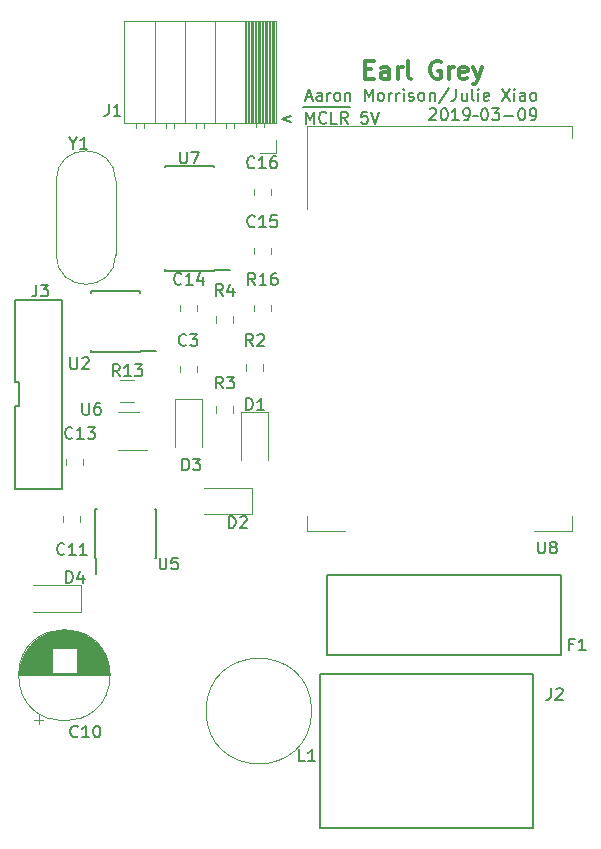
<source format=gto>
G04 #@! TF.GenerationSoftware,KiCad,Pcbnew,(5.0.1-3-g963ef8bb5)*
G04 #@! TF.CreationDate,2019-04-01T22:55:47-04:00*
G04 #@! TF.ProjectId,radio,726164696F2E6B696361645F70636200,rev?*
G04 #@! TF.SameCoordinates,Original*
G04 #@! TF.FileFunction,Legend,Top*
G04 #@! TF.FilePolarity,Positive*
%FSLAX46Y46*%
G04 Gerber Fmt 4.6, Leading zero omitted, Abs format (unit mm)*
G04 Created by KiCad (PCBNEW (5.0.1-3-g963ef8bb5)) date Monday, April 01, 2019 at 10:55:47 pm*
%MOMM*%
%LPD*%
G01*
G04 APERTURE LIST*
%ADD10C,0.300000*%
%ADD11C,0.150000*%
%ADD12C,0.120000*%
G04 APERTURE END LIST*
D10*
X154146857Y-75203857D02*
X154646857Y-75203857D01*
X154861142Y-75989571D02*
X154146857Y-75989571D01*
X154146857Y-74489571D01*
X154861142Y-74489571D01*
X156146857Y-75989571D02*
X156146857Y-75203857D01*
X156075428Y-75061000D01*
X155932571Y-74989571D01*
X155646857Y-74989571D01*
X155504000Y-75061000D01*
X156146857Y-75918142D02*
X156004000Y-75989571D01*
X155646857Y-75989571D01*
X155504000Y-75918142D01*
X155432571Y-75775285D01*
X155432571Y-75632428D01*
X155504000Y-75489571D01*
X155646857Y-75418142D01*
X156004000Y-75418142D01*
X156146857Y-75346714D01*
X156861142Y-75989571D02*
X156861142Y-74989571D01*
X156861142Y-75275285D02*
X156932571Y-75132428D01*
X157004000Y-75061000D01*
X157146857Y-74989571D01*
X157289714Y-74989571D01*
X158004000Y-75989571D02*
X157861142Y-75918142D01*
X157789714Y-75775285D01*
X157789714Y-74489571D01*
X160504000Y-74561000D02*
X160361142Y-74489571D01*
X160146857Y-74489571D01*
X159932571Y-74561000D01*
X159789714Y-74703857D01*
X159718285Y-74846714D01*
X159646857Y-75132428D01*
X159646857Y-75346714D01*
X159718285Y-75632428D01*
X159789714Y-75775285D01*
X159932571Y-75918142D01*
X160146857Y-75989571D01*
X160289714Y-75989571D01*
X160504000Y-75918142D01*
X160575428Y-75846714D01*
X160575428Y-75346714D01*
X160289714Y-75346714D01*
X161218285Y-75989571D02*
X161218285Y-74989571D01*
X161218285Y-75275285D02*
X161289714Y-75132428D01*
X161361142Y-75061000D01*
X161504000Y-74989571D01*
X161646857Y-74989571D01*
X162718285Y-75918142D02*
X162575428Y-75989571D01*
X162289714Y-75989571D01*
X162146857Y-75918142D01*
X162075428Y-75775285D01*
X162075428Y-75203857D01*
X162146857Y-75061000D01*
X162289714Y-74989571D01*
X162575428Y-74989571D01*
X162718285Y-75061000D01*
X162789714Y-75203857D01*
X162789714Y-75346714D01*
X162075428Y-75489571D01*
X163289714Y-74989571D02*
X163646857Y-75989571D01*
X164004000Y-74989571D02*
X163646857Y-75989571D01*
X163504000Y-76346714D01*
X163432571Y-76418142D01*
X163289714Y-76489571D01*
D11*
X147883095Y-79135714D02*
X147121190Y-79421428D01*
X147883095Y-79707142D01*
X148883095Y-78435000D02*
X150025952Y-78435000D01*
X149121190Y-79802380D02*
X149121190Y-78802380D01*
X149454523Y-79516666D01*
X149787857Y-78802380D01*
X149787857Y-79802380D01*
X150025952Y-78435000D02*
X151025952Y-78435000D01*
X150835476Y-79707142D02*
X150787857Y-79754761D01*
X150645000Y-79802380D01*
X150549761Y-79802380D01*
X150406904Y-79754761D01*
X150311666Y-79659523D01*
X150264047Y-79564285D01*
X150216428Y-79373809D01*
X150216428Y-79230952D01*
X150264047Y-79040476D01*
X150311666Y-78945238D01*
X150406904Y-78850000D01*
X150549761Y-78802380D01*
X150645000Y-78802380D01*
X150787857Y-78850000D01*
X150835476Y-78897619D01*
X151025952Y-78435000D02*
X151835476Y-78435000D01*
X151740238Y-79802380D02*
X151264047Y-79802380D01*
X151264047Y-78802380D01*
X151835476Y-78435000D02*
X152835476Y-78435000D01*
X152645000Y-79802380D02*
X152311666Y-79326190D01*
X152073571Y-79802380D02*
X152073571Y-78802380D01*
X152454523Y-78802380D01*
X152549761Y-78850000D01*
X152597380Y-78897619D01*
X152645000Y-78992857D01*
X152645000Y-79135714D01*
X152597380Y-79230952D01*
X152549761Y-79278571D01*
X152454523Y-79326190D01*
X152073571Y-79326190D01*
X154311666Y-78802380D02*
X153835476Y-78802380D01*
X153787857Y-79278571D01*
X153835476Y-79230952D01*
X153930714Y-79183333D01*
X154168809Y-79183333D01*
X154264047Y-79230952D01*
X154311666Y-79278571D01*
X154359285Y-79373809D01*
X154359285Y-79611904D01*
X154311666Y-79707142D01*
X154264047Y-79754761D01*
X154168809Y-79802380D01*
X153930714Y-79802380D01*
X153835476Y-79754761D01*
X153787857Y-79707142D01*
X154645000Y-78802380D02*
X154978333Y-79802380D01*
X155311666Y-78802380D01*
X149098214Y-77573666D02*
X149574404Y-77573666D01*
X149002976Y-77859380D02*
X149336309Y-76859380D01*
X149669642Y-77859380D01*
X150431547Y-77859380D02*
X150431547Y-77335571D01*
X150383928Y-77240333D01*
X150288690Y-77192714D01*
X150098214Y-77192714D01*
X150002976Y-77240333D01*
X150431547Y-77811761D02*
X150336309Y-77859380D01*
X150098214Y-77859380D01*
X150002976Y-77811761D01*
X149955357Y-77716523D01*
X149955357Y-77621285D01*
X150002976Y-77526047D01*
X150098214Y-77478428D01*
X150336309Y-77478428D01*
X150431547Y-77430809D01*
X150907738Y-77859380D02*
X150907738Y-77192714D01*
X150907738Y-77383190D02*
X150955357Y-77287952D01*
X151002976Y-77240333D01*
X151098214Y-77192714D01*
X151193452Y-77192714D01*
X151669642Y-77859380D02*
X151574404Y-77811761D01*
X151526785Y-77764142D01*
X151479166Y-77668904D01*
X151479166Y-77383190D01*
X151526785Y-77287952D01*
X151574404Y-77240333D01*
X151669642Y-77192714D01*
X151812500Y-77192714D01*
X151907738Y-77240333D01*
X151955357Y-77287952D01*
X152002976Y-77383190D01*
X152002976Y-77668904D01*
X151955357Y-77764142D01*
X151907738Y-77811761D01*
X151812500Y-77859380D01*
X151669642Y-77859380D01*
X152431547Y-77192714D02*
X152431547Y-77859380D01*
X152431547Y-77287952D02*
X152479166Y-77240333D01*
X152574404Y-77192714D01*
X152717261Y-77192714D01*
X152812500Y-77240333D01*
X152860119Y-77335571D01*
X152860119Y-77859380D01*
X154098214Y-77859380D02*
X154098214Y-76859380D01*
X154431547Y-77573666D01*
X154764880Y-76859380D01*
X154764880Y-77859380D01*
X155383928Y-77859380D02*
X155288690Y-77811761D01*
X155241071Y-77764142D01*
X155193452Y-77668904D01*
X155193452Y-77383190D01*
X155241071Y-77287952D01*
X155288690Y-77240333D01*
X155383928Y-77192714D01*
X155526785Y-77192714D01*
X155622023Y-77240333D01*
X155669642Y-77287952D01*
X155717261Y-77383190D01*
X155717261Y-77668904D01*
X155669642Y-77764142D01*
X155622023Y-77811761D01*
X155526785Y-77859380D01*
X155383928Y-77859380D01*
X156145833Y-77859380D02*
X156145833Y-77192714D01*
X156145833Y-77383190D02*
X156193452Y-77287952D01*
X156241071Y-77240333D01*
X156336309Y-77192714D01*
X156431547Y-77192714D01*
X156764880Y-77859380D02*
X156764880Y-77192714D01*
X156764880Y-77383190D02*
X156812500Y-77287952D01*
X156860119Y-77240333D01*
X156955357Y-77192714D01*
X157050595Y-77192714D01*
X157383928Y-77859380D02*
X157383928Y-77192714D01*
X157383928Y-76859380D02*
X157336309Y-76907000D01*
X157383928Y-76954619D01*
X157431547Y-76907000D01*
X157383928Y-76859380D01*
X157383928Y-76954619D01*
X157812500Y-77811761D02*
X157907738Y-77859380D01*
X158098214Y-77859380D01*
X158193452Y-77811761D01*
X158241071Y-77716523D01*
X158241071Y-77668904D01*
X158193452Y-77573666D01*
X158098214Y-77526047D01*
X157955357Y-77526047D01*
X157860119Y-77478428D01*
X157812500Y-77383190D01*
X157812500Y-77335571D01*
X157860119Y-77240333D01*
X157955357Y-77192714D01*
X158098214Y-77192714D01*
X158193452Y-77240333D01*
X158812500Y-77859380D02*
X158717261Y-77811761D01*
X158669642Y-77764142D01*
X158622023Y-77668904D01*
X158622023Y-77383190D01*
X158669642Y-77287952D01*
X158717261Y-77240333D01*
X158812500Y-77192714D01*
X158955357Y-77192714D01*
X159050595Y-77240333D01*
X159098214Y-77287952D01*
X159145833Y-77383190D01*
X159145833Y-77668904D01*
X159098214Y-77764142D01*
X159050595Y-77811761D01*
X158955357Y-77859380D01*
X158812500Y-77859380D01*
X159574404Y-77192714D02*
X159574404Y-77859380D01*
X159574404Y-77287952D02*
X159622023Y-77240333D01*
X159717261Y-77192714D01*
X159860119Y-77192714D01*
X159955357Y-77240333D01*
X160002976Y-77335571D01*
X160002976Y-77859380D01*
X161193452Y-76811761D02*
X160336309Y-78097476D01*
X161812500Y-76859380D02*
X161812500Y-77573666D01*
X161764880Y-77716523D01*
X161669642Y-77811761D01*
X161526785Y-77859380D01*
X161431547Y-77859380D01*
X162717261Y-77192714D02*
X162717261Y-77859380D01*
X162288690Y-77192714D02*
X162288690Y-77716523D01*
X162336309Y-77811761D01*
X162431547Y-77859380D01*
X162574404Y-77859380D01*
X162669642Y-77811761D01*
X162717261Y-77764142D01*
X163336309Y-77859380D02*
X163241071Y-77811761D01*
X163193452Y-77716523D01*
X163193452Y-76859380D01*
X163717261Y-77859380D02*
X163717261Y-77192714D01*
X163717261Y-76859380D02*
X163669642Y-76907000D01*
X163717261Y-76954619D01*
X163764880Y-76907000D01*
X163717261Y-76859380D01*
X163717261Y-76954619D01*
X164574404Y-77811761D02*
X164479166Y-77859380D01*
X164288690Y-77859380D01*
X164193452Y-77811761D01*
X164145833Y-77716523D01*
X164145833Y-77335571D01*
X164193452Y-77240333D01*
X164288690Y-77192714D01*
X164479166Y-77192714D01*
X164574404Y-77240333D01*
X164622023Y-77335571D01*
X164622023Y-77430809D01*
X164145833Y-77526047D01*
X165717261Y-76859380D02*
X166383928Y-77859380D01*
X166383928Y-76859380D02*
X165717261Y-77859380D01*
X166764880Y-77859380D02*
X166764880Y-77192714D01*
X166764880Y-76859380D02*
X166717261Y-76907000D01*
X166764880Y-76954619D01*
X166812500Y-76907000D01*
X166764880Y-76859380D01*
X166764880Y-76954619D01*
X167669642Y-77859380D02*
X167669642Y-77335571D01*
X167622023Y-77240333D01*
X167526785Y-77192714D01*
X167336309Y-77192714D01*
X167241071Y-77240333D01*
X167669642Y-77811761D02*
X167574404Y-77859380D01*
X167336309Y-77859380D01*
X167241071Y-77811761D01*
X167193452Y-77716523D01*
X167193452Y-77621285D01*
X167241071Y-77526047D01*
X167336309Y-77478428D01*
X167574404Y-77478428D01*
X167669642Y-77430809D01*
X168288690Y-77859380D02*
X168193452Y-77811761D01*
X168145833Y-77764142D01*
X168098214Y-77668904D01*
X168098214Y-77383190D01*
X168145833Y-77287952D01*
X168193452Y-77240333D01*
X168288690Y-77192714D01*
X168431547Y-77192714D01*
X168526785Y-77240333D01*
X168574404Y-77287952D01*
X168622023Y-77383190D01*
X168622023Y-77668904D01*
X168574404Y-77764142D01*
X168526785Y-77811761D01*
X168431547Y-77859380D01*
X168288690Y-77859380D01*
X159574404Y-78604619D02*
X159622023Y-78557000D01*
X159717261Y-78509380D01*
X159955357Y-78509380D01*
X160050595Y-78557000D01*
X160098214Y-78604619D01*
X160145833Y-78699857D01*
X160145833Y-78795095D01*
X160098214Y-78937952D01*
X159526785Y-79509380D01*
X160145833Y-79509380D01*
X160764880Y-78509380D02*
X160860119Y-78509380D01*
X160955357Y-78557000D01*
X161002976Y-78604619D01*
X161050595Y-78699857D01*
X161098214Y-78890333D01*
X161098214Y-79128428D01*
X161050595Y-79318904D01*
X161002976Y-79414142D01*
X160955357Y-79461761D01*
X160860119Y-79509380D01*
X160764880Y-79509380D01*
X160669642Y-79461761D01*
X160622023Y-79414142D01*
X160574404Y-79318904D01*
X160526785Y-79128428D01*
X160526785Y-78890333D01*
X160574404Y-78699857D01*
X160622023Y-78604619D01*
X160669642Y-78557000D01*
X160764880Y-78509380D01*
X162050595Y-79509380D02*
X161479166Y-79509380D01*
X161764880Y-79509380D02*
X161764880Y-78509380D01*
X161669642Y-78652238D01*
X161574404Y-78747476D01*
X161479166Y-78795095D01*
X162526785Y-79509380D02*
X162717261Y-79509380D01*
X162812500Y-79461761D01*
X162860119Y-79414142D01*
X162955357Y-79271285D01*
X163002976Y-79080809D01*
X163002976Y-78699857D01*
X162955357Y-78604619D01*
X162907738Y-78557000D01*
X162812500Y-78509380D01*
X162622023Y-78509380D01*
X162526785Y-78557000D01*
X162479166Y-78604619D01*
X162431547Y-78699857D01*
X162431547Y-78937952D01*
X162479166Y-79033190D01*
X162526785Y-79080809D01*
X162622023Y-79128428D01*
X162812500Y-79128428D01*
X162907738Y-79080809D01*
X162955357Y-79033190D01*
X163002976Y-78937952D01*
X163669642Y-79176047D02*
X163288690Y-79176047D01*
X164193452Y-78509380D02*
X164288690Y-78509380D01*
X164383928Y-78557000D01*
X164431547Y-78604619D01*
X164479166Y-78699857D01*
X164526785Y-78890333D01*
X164526785Y-79128428D01*
X164479166Y-79318904D01*
X164431547Y-79414142D01*
X164383928Y-79461761D01*
X164288690Y-79509380D01*
X164193452Y-79509380D01*
X164098214Y-79461761D01*
X164050595Y-79414142D01*
X164002976Y-79318904D01*
X163955357Y-79128428D01*
X163955357Y-78890333D01*
X164002976Y-78699857D01*
X164050595Y-78604619D01*
X164098214Y-78557000D01*
X164193452Y-78509380D01*
X164860119Y-78509380D02*
X165479166Y-78509380D01*
X165145833Y-78890333D01*
X165288690Y-78890333D01*
X165383928Y-78937952D01*
X165431547Y-78985571D01*
X165479166Y-79080809D01*
X165479166Y-79318904D01*
X165431547Y-79414142D01*
X165383928Y-79461761D01*
X165288690Y-79509380D01*
X165002976Y-79509380D01*
X164907738Y-79461761D01*
X164860119Y-79414142D01*
X165907738Y-79128428D02*
X166669642Y-79128428D01*
X167336309Y-78509380D02*
X167431547Y-78509380D01*
X167526785Y-78557000D01*
X167574404Y-78604619D01*
X167622023Y-78699857D01*
X167669642Y-78890333D01*
X167669642Y-79128428D01*
X167622023Y-79318904D01*
X167574404Y-79414142D01*
X167526785Y-79461761D01*
X167431547Y-79509380D01*
X167336309Y-79509380D01*
X167241071Y-79461761D01*
X167193452Y-79414142D01*
X167145833Y-79318904D01*
X167098214Y-79128428D01*
X167098214Y-78890333D01*
X167145833Y-78699857D01*
X167193452Y-78604619D01*
X167241071Y-78557000D01*
X167336309Y-78509380D01*
X168145833Y-79509380D02*
X168336309Y-79509380D01*
X168431547Y-79461761D01*
X168479166Y-79414142D01*
X168574404Y-79271285D01*
X168622023Y-79080809D01*
X168622023Y-78699857D01*
X168574404Y-78604619D01*
X168526785Y-78557000D01*
X168431547Y-78509380D01*
X168241071Y-78509380D01*
X168145833Y-78557000D01*
X168098214Y-78604619D01*
X168050595Y-78699857D01*
X168050595Y-78937952D01*
X168098214Y-79033190D01*
X168145833Y-79080809D01*
X168241071Y-79128428D01*
X168431547Y-79128428D01*
X168526785Y-79080809D01*
X168574404Y-79033190D01*
X168622023Y-78937952D01*
G04 #@! TO.C,U5*
X131333000Y-116565500D02*
X131333000Y-117965500D01*
X136433000Y-116565500D02*
X136433000Y-112415500D01*
X131283000Y-116565500D02*
X131283000Y-112415500D01*
X136433000Y-116565500D02*
X136288000Y-116565500D01*
X136433000Y-112415500D02*
X136288000Y-112415500D01*
X131283000Y-112415500D02*
X131428000Y-112415500D01*
X131283000Y-116565500D02*
X131333000Y-116565500D01*
D12*
G04 #@! TO.C,L1*
X149591000Y-129540000D02*
G75*
G03X149591000Y-129540000I-4470000J0D01*
G01*
G04 #@! TO.C,U8*
X171665000Y-80040000D02*
X171665000Y-81040000D01*
X149165000Y-80040000D02*
X171665000Y-80040000D01*
X149165000Y-87040000D02*
X149165000Y-80040000D01*
X149165000Y-114290000D02*
X152415000Y-114290000D01*
X149165000Y-113040000D02*
X149165000Y-114290000D01*
X171665000Y-114290000D02*
X171665000Y-113040000D01*
X168415000Y-114290000D02*
X171665000Y-114290000D01*
G04 #@! TO.C,J1*
X146555000Y-81200000D02*
X146555000Y-82310000D01*
X146555000Y-82310000D02*
X145225000Y-82310000D01*
X146555000Y-71110000D02*
X133735000Y-71110000D01*
X133735000Y-71110000D02*
X133735000Y-79740000D01*
X146555000Y-79740000D02*
X133735000Y-79740000D01*
X146555000Y-71110000D02*
X146555000Y-79740000D01*
X136335000Y-71110000D02*
X136335000Y-79740000D01*
X138875000Y-71110000D02*
X138875000Y-79740000D01*
X141415000Y-71110000D02*
X141415000Y-79740000D01*
X143955000Y-71110000D02*
X143955000Y-79740000D01*
X134705000Y-79740000D02*
X134705000Y-80150000D01*
X135425000Y-79740000D02*
X135425000Y-80150000D01*
X137245000Y-79740000D02*
X137245000Y-80150000D01*
X137965000Y-79740000D02*
X137965000Y-80150000D01*
X139785000Y-79740000D02*
X139785000Y-80150000D01*
X140505000Y-79740000D02*
X140505000Y-80150000D01*
X142325000Y-79740000D02*
X142325000Y-80150000D01*
X143045000Y-79740000D02*
X143045000Y-80150000D01*
X144865000Y-79740000D02*
X144865000Y-80090000D01*
X145585000Y-79740000D02*
X145585000Y-80090000D01*
X144073100Y-71110000D02*
X144073100Y-79740000D01*
X144191195Y-71110000D02*
X144191195Y-79740000D01*
X144309290Y-71110000D02*
X144309290Y-79740000D01*
X144427385Y-71110000D02*
X144427385Y-79740000D01*
X144545480Y-71110000D02*
X144545480Y-79740000D01*
X144663575Y-71110000D02*
X144663575Y-79740000D01*
X144781670Y-71110000D02*
X144781670Y-79740000D01*
X144899765Y-71110000D02*
X144899765Y-79740000D01*
X145017860Y-71110000D02*
X145017860Y-79740000D01*
X145135955Y-71110000D02*
X145135955Y-79740000D01*
X145254050Y-71110000D02*
X145254050Y-79740000D01*
X145372145Y-71110000D02*
X145372145Y-79740000D01*
X145490240Y-71110000D02*
X145490240Y-79740000D01*
X145608335Y-71110000D02*
X145608335Y-79740000D01*
X145726430Y-71110000D02*
X145726430Y-79740000D01*
X145844525Y-71110000D02*
X145844525Y-79740000D01*
X145962620Y-71110000D02*
X145962620Y-79740000D01*
X146080715Y-71110000D02*
X146080715Y-79740000D01*
X146198810Y-71110000D02*
X146198810Y-79740000D01*
X146316905Y-71110000D02*
X146316905Y-79740000D01*
X146435000Y-71110000D02*
X146435000Y-79740000D01*
G04 #@! TO.C,U6*
X133175000Y-107401000D02*
X135625000Y-107401000D01*
X134975000Y-104181000D02*
X133175000Y-104181000D01*
D11*
G04 #@! TO.C,U2*
X135044000Y-99070000D02*
X136444000Y-99070000D01*
X135044000Y-93970000D02*
X130894000Y-93970000D01*
X135044000Y-99120000D02*
X130894000Y-99120000D01*
X135044000Y-93970000D02*
X135044000Y-94115000D01*
X130894000Y-93970000D02*
X130894000Y-94115000D01*
X130894000Y-99120000D02*
X130894000Y-98975000D01*
X135044000Y-99120000D02*
X135044000Y-99070000D01*
D12*
G04 #@! TO.C,C3*
X138482000Y-100322748D02*
X138482000Y-100845252D01*
X139902000Y-100322748D02*
X139902000Y-100845252D01*
G04 #@! TO.C,C11*
X128576000Y-113013748D02*
X128576000Y-113536252D01*
X129996000Y-113013748D02*
X129996000Y-113536252D01*
G04 #@! TO.C,C13*
X130250000Y-108728252D02*
X130250000Y-108205748D01*
X128830000Y-108728252D02*
X128830000Y-108205748D01*
G04 #@! TO.C,C14*
X138482000Y-95183748D02*
X138482000Y-95706252D01*
X139902000Y-95183748D02*
X139902000Y-95706252D01*
G04 #@! TO.C,C15*
X144725000Y-90323748D02*
X144725000Y-90846252D01*
X146145000Y-90323748D02*
X146145000Y-90846252D01*
G04 #@! TO.C,C16*
X146165000Y-85846252D02*
X146165000Y-85323748D01*
X144745000Y-85846252D02*
X144745000Y-85323748D01*
G04 #@! TO.C,D1*
X143645000Y-104220000D02*
X143645000Y-108280000D01*
X145915000Y-104220000D02*
X143645000Y-104220000D01*
X145915000Y-108280000D02*
X145915000Y-104220000D01*
G04 #@! TO.C,D2*
X144573000Y-110625000D02*
X140513000Y-110625000D01*
X144573000Y-112895000D02*
X144573000Y-110625000D01*
X140513000Y-112895000D02*
X144573000Y-112895000D01*
G04 #@! TO.C,D3*
X138060000Y-103087500D02*
X138060000Y-107147500D01*
X140330000Y-103087500D02*
X138060000Y-103087500D01*
X140330000Y-107147500D02*
X140330000Y-103087500D01*
G04 #@! TO.C,D4*
X130095000Y-118880000D02*
X126035000Y-118880000D01*
X130095000Y-121150000D02*
X130095000Y-118880000D01*
X126035000Y-121150000D02*
X130095000Y-121150000D01*
G04 #@! TO.C,R2*
X144070000Y-100195748D02*
X144070000Y-100718252D01*
X145490000Y-100195748D02*
X145490000Y-100718252D01*
G04 #@! TO.C,R3*
X142950000Y-104274252D02*
X142950000Y-103751748D01*
X141530000Y-104274252D02*
X141530000Y-103751748D01*
G04 #@! TO.C,R4*
X142950000Y-96654252D02*
X142950000Y-96131748D01*
X141530000Y-96654252D02*
X141530000Y-96131748D01*
G04 #@! TO.C,R13*
X133385436Y-103360000D02*
X134589564Y-103360000D01*
X133385436Y-101540000D02*
X134589564Y-101540000D01*
G04 #@! TO.C,R16*
X144735000Y-95183748D02*
X144735000Y-95706252D01*
X146155000Y-95183748D02*
X146155000Y-95706252D01*
D11*
G04 #@! TO.C,U7*
X141300000Y-92225000D02*
X142675000Y-92225000D01*
X141300000Y-83350000D02*
X137150000Y-83350000D01*
X141300000Y-92250000D02*
X137150000Y-92250000D01*
X141300000Y-83350000D02*
X141300000Y-83465000D01*
X137150000Y-83350000D02*
X137150000Y-83465000D01*
X137150000Y-92250000D02*
X137150000Y-92135000D01*
X141300000Y-92250000D02*
X141300000Y-92225000D01*
D12*
G04 #@! TO.C,Y1*
X133000000Y-84635000D02*
G75*
G03X127950000Y-84635000I-2525000J0D01*
G01*
X133000000Y-90885000D02*
G75*
G02X127950000Y-90885000I-2525000J0D01*
G01*
X133000000Y-90885000D02*
X133000000Y-84635000D01*
X127950000Y-90885000D02*
X127950000Y-84635000D01*
D11*
G04 #@! TO.C,J3*
X124492000Y-94700000D02*
X124492000Y-101700000D01*
X124492000Y-101700000D02*
X124792000Y-101700000D01*
X124792000Y-101700000D02*
X124792000Y-103700000D01*
X124792000Y-103700000D02*
X124492000Y-103700000D01*
X124492000Y-103700000D02*
X124492000Y-110700000D01*
X124492000Y-110700000D02*
X128492000Y-110700000D01*
X128492000Y-110700000D02*
X128492000Y-94700000D01*
X128492000Y-94700000D02*
X124492000Y-94700000D01*
G04 #@! TO.C,F1*
X170682000Y-124772000D02*
X150882000Y-124772000D01*
X150882000Y-124772000D02*
X150882000Y-118052000D01*
X150882000Y-118052000D02*
X170682000Y-118052000D01*
X170682000Y-118052000D02*
X170682000Y-124772000D01*
G04 #@! TO.C,J2*
X168349000Y-139432000D02*
X150299000Y-139432000D01*
X150299000Y-139432000D02*
X150299000Y-126432000D01*
X150299000Y-126432000D02*
X168349000Y-126432000D01*
X168349000Y-139432000D02*
X168349000Y-126432000D01*
D12*
G04 #@! TO.C,C10*
X126101000Y-130279211D02*
X126851000Y-130279211D01*
X126476000Y-130654211D02*
X126476000Y-129904211D01*
X128210000Y-122671000D02*
X129092000Y-122671000D01*
X127958000Y-122711000D02*
X129344000Y-122711000D01*
X127774000Y-122751000D02*
X129528000Y-122751000D01*
X127623000Y-122791000D02*
X129679000Y-122791000D01*
X127493000Y-122831000D02*
X129809000Y-122831000D01*
X127376000Y-122871000D02*
X129926000Y-122871000D01*
X127270000Y-122911000D02*
X130032000Y-122911000D01*
X127173000Y-122951000D02*
X130129000Y-122951000D01*
X127082000Y-122991000D02*
X130220000Y-122991000D01*
X126997000Y-123031000D02*
X130305000Y-123031000D01*
X126918000Y-123071000D02*
X130384000Y-123071000D01*
X126842000Y-123111000D02*
X130460000Y-123111000D01*
X126770000Y-123151000D02*
X130532000Y-123151000D01*
X126702000Y-123191000D02*
X130600000Y-123191000D01*
X126637000Y-123231000D02*
X130665000Y-123231000D01*
X126574000Y-123271000D02*
X130728000Y-123271000D01*
X126514000Y-123311000D02*
X130788000Y-123311000D01*
X126456000Y-123351000D02*
X130846000Y-123351000D01*
X126401000Y-123391000D02*
X130901000Y-123391000D01*
X126347000Y-123431000D02*
X130955000Y-123431000D01*
X126296000Y-123471000D02*
X131006000Y-123471000D01*
X126246000Y-123511000D02*
X131056000Y-123511000D01*
X126197000Y-123551000D02*
X131105000Y-123551000D01*
X126151000Y-123591000D02*
X131151000Y-123591000D01*
X126105000Y-123631000D02*
X131197000Y-123631000D01*
X126062000Y-123671000D02*
X131240000Y-123671000D01*
X126019000Y-123711000D02*
X131283000Y-123711000D01*
X125978000Y-123751000D02*
X131324000Y-123751000D01*
X125938000Y-123791000D02*
X131364000Y-123791000D01*
X125899000Y-123831000D02*
X131403000Y-123831000D01*
X125861000Y-123871000D02*
X131441000Y-123871000D01*
X125824000Y-123911000D02*
X131478000Y-123911000D01*
X125788000Y-123951000D02*
X131514000Y-123951000D01*
X125753000Y-123991000D02*
X131549000Y-123991000D01*
X125720000Y-124031000D02*
X131582000Y-124031000D01*
X125687000Y-124071000D02*
X131615000Y-124071000D01*
X125655000Y-124111000D02*
X131647000Y-124111000D01*
X125623000Y-124151000D02*
X131679000Y-124151000D01*
X125593000Y-124191000D02*
X131709000Y-124191000D01*
X129691000Y-124231000D02*
X131739000Y-124231000D01*
X125563000Y-124231000D02*
X127611000Y-124231000D01*
X129691000Y-124271000D02*
X131767000Y-124271000D01*
X125535000Y-124271000D02*
X127611000Y-124271000D01*
X129691000Y-124311000D02*
X131795000Y-124311000D01*
X125507000Y-124311000D02*
X127611000Y-124311000D01*
X129691000Y-124351000D02*
X131823000Y-124351000D01*
X125479000Y-124351000D02*
X127611000Y-124351000D01*
X129691000Y-124391000D02*
X131849000Y-124391000D01*
X125453000Y-124391000D02*
X127611000Y-124391000D01*
X129691000Y-124431000D02*
X131875000Y-124431000D01*
X125427000Y-124431000D02*
X127611000Y-124431000D01*
X129691000Y-124471000D02*
X131900000Y-124471000D01*
X125402000Y-124471000D02*
X127611000Y-124471000D01*
X129691000Y-124511000D02*
X131925000Y-124511000D01*
X125377000Y-124511000D02*
X127611000Y-124511000D01*
X129691000Y-124551000D02*
X131948000Y-124551000D01*
X125354000Y-124551000D02*
X127611000Y-124551000D01*
X129691000Y-124591000D02*
X131972000Y-124591000D01*
X125330000Y-124591000D02*
X127611000Y-124591000D01*
X129691000Y-124631000D02*
X131994000Y-124631000D01*
X125308000Y-124631000D02*
X127611000Y-124631000D01*
X129691000Y-124671000D02*
X132016000Y-124671000D01*
X125286000Y-124671000D02*
X127611000Y-124671000D01*
X129691000Y-124711000D02*
X132037000Y-124711000D01*
X125265000Y-124711000D02*
X127611000Y-124711000D01*
X129691000Y-124751000D02*
X132058000Y-124751000D01*
X125244000Y-124751000D02*
X127611000Y-124751000D01*
X129691000Y-124791000D02*
X132078000Y-124791000D01*
X125224000Y-124791000D02*
X127611000Y-124791000D01*
X129691000Y-124831000D02*
X132098000Y-124831000D01*
X125204000Y-124831000D02*
X127611000Y-124831000D01*
X129691000Y-124871000D02*
X132117000Y-124871000D01*
X125185000Y-124871000D02*
X127611000Y-124871000D01*
X129691000Y-124911000D02*
X132135000Y-124911000D01*
X125167000Y-124911000D02*
X127611000Y-124911000D01*
X129691000Y-124951000D02*
X132153000Y-124951000D01*
X125149000Y-124951000D02*
X127611000Y-124951000D01*
X129691000Y-124991000D02*
X132171000Y-124991000D01*
X125131000Y-124991000D02*
X127611000Y-124991000D01*
X129691000Y-125031000D02*
X132187000Y-125031000D01*
X125115000Y-125031000D02*
X127611000Y-125031000D01*
X129691000Y-125071000D02*
X132204000Y-125071000D01*
X125098000Y-125071000D02*
X127611000Y-125071000D01*
X129691000Y-125111000D02*
X132219000Y-125111000D01*
X125083000Y-125111000D02*
X127611000Y-125111000D01*
X129691000Y-125151000D02*
X132235000Y-125151000D01*
X125067000Y-125151000D02*
X127611000Y-125151000D01*
X129691000Y-125191000D02*
X132249000Y-125191000D01*
X125053000Y-125191000D02*
X127611000Y-125191000D01*
X129691000Y-125231000D02*
X132264000Y-125231000D01*
X125038000Y-125231000D02*
X127611000Y-125231000D01*
X129691000Y-125271000D02*
X132277000Y-125271000D01*
X125025000Y-125271000D02*
X127611000Y-125271000D01*
X129691000Y-125311000D02*
X132291000Y-125311000D01*
X125011000Y-125311000D02*
X127611000Y-125311000D01*
X129691000Y-125351000D02*
X132304000Y-125351000D01*
X124998000Y-125351000D02*
X127611000Y-125351000D01*
X129691000Y-125391000D02*
X132316000Y-125391000D01*
X124986000Y-125391000D02*
X127611000Y-125391000D01*
X129691000Y-125431000D02*
X132328000Y-125431000D01*
X124974000Y-125431000D02*
X127611000Y-125431000D01*
X129691000Y-125471000D02*
X132339000Y-125471000D01*
X124963000Y-125471000D02*
X127611000Y-125471000D01*
X129691000Y-125511000D02*
X132350000Y-125511000D01*
X124952000Y-125511000D02*
X127611000Y-125511000D01*
X129691000Y-125551000D02*
X132361000Y-125551000D01*
X124941000Y-125551000D02*
X127611000Y-125551000D01*
X129691000Y-125591000D02*
X132371000Y-125591000D01*
X124931000Y-125591000D02*
X127611000Y-125591000D01*
X129691000Y-125631000D02*
X132380000Y-125631000D01*
X124922000Y-125631000D02*
X127611000Y-125631000D01*
X129691000Y-125671000D02*
X132389000Y-125671000D01*
X124913000Y-125671000D02*
X127611000Y-125671000D01*
X129691000Y-125711000D02*
X132398000Y-125711000D01*
X124904000Y-125711000D02*
X127611000Y-125711000D01*
X129691000Y-125751000D02*
X132406000Y-125751000D01*
X124896000Y-125751000D02*
X127611000Y-125751000D01*
X129691000Y-125791000D02*
X132414000Y-125791000D01*
X124888000Y-125791000D02*
X127611000Y-125791000D01*
X129691000Y-125832000D02*
X132421000Y-125832000D01*
X124881000Y-125832000D02*
X127611000Y-125832000D01*
X129691000Y-125872000D02*
X132428000Y-125872000D01*
X124874000Y-125872000D02*
X127611000Y-125872000D01*
X129691000Y-125912000D02*
X132435000Y-125912000D01*
X124867000Y-125912000D02*
X127611000Y-125912000D01*
X129691000Y-125952000D02*
X132441000Y-125952000D01*
X124861000Y-125952000D02*
X127611000Y-125952000D01*
X129691000Y-125992000D02*
X132446000Y-125992000D01*
X124856000Y-125992000D02*
X127611000Y-125992000D01*
X129691000Y-126032000D02*
X132452000Y-126032000D01*
X124850000Y-126032000D02*
X127611000Y-126032000D01*
X129691000Y-126072000D02*
X132456000Y-126072000D01*
X124846000Y-126072000D02*
X127611000Y-126072000D01*
X129691000Y-126112000D02*
X132461000Y-126112000D01*
X124841000Y-126112000D02*
X127611000Y-126112000D01*
X129691000Y-126152000D02*
X132465000Y-126152000D01*
X124837000Y-126152000D02*
X127611000Y-126152000D01*
X129691000Y-126192000D02*
X132468000Y-126192000D01*
X124834000Y-126192000D02*
X127611000Y-126192000D01*
X129691000Y-126232000D02*
X132471000Y-126232000D01*
X124831000Y-126232000D02*
X127611000Y-126232000D01*
X129691000Y-126272000D02*
X132474000Y-126272000D01*
X124828000Y-126272000D02*
X127611000Y-126272000D01*
X124826000Y-126312000D02*
X132476000Y-126312000D01*
X124824000Y-126352000D02*
X132478000Y-126352000D01*
X124822000Y-126392000D02*
X132480000Y-126392000D01*
X124821000Y-126432000D02*
X132481000Y-126432000D01*
X124821000Y-126472000D02*
X132481000Y-126472000D01*
X124821000Y-126512000D02*
X132481000Y-126512000D01*
X132521000Y-126512000D02*
G75*
G03X132521000Y-126512000I-3870000J0D01*
G01*
G04 #@! TO.C,U5*
D11*
X136715595Y-116546380D02*
X136715595Y-117355904D01*
X136763214Y-117451142D01*
X136810833Y-117498761D01*
X136906071Y-117546380D01*
X137096547Y-117546380D01*
X137191785Y-117498761D01*
X137239404Y-117451142D01*
X137287023Y-117355904D01*
X137287023Y-116546380D01*
X138239404Y-116546380D02*
X137763214Y-116546380D01*
X137715595Y-117022571D01*
X137763214Y-116974952D01*
X137858452Y-116927333D01*
X138096547Y-116927333D01*
X138191785Y-116974952D01*
X138239404Y-117022571D01*
X138287023Y-117117809D01*
X138287023Y-117355904D01*
X138239404Y-117451142D01*
X138191785Y-117498761D01*
X138096547Y-117546380D01*
X137858452Y-117546380D01*
X137763214Y-117498761D01*
X137715595Y-117451142D01*
G04 #@! TO.C,L1*
X149024333Y-133772380D02*
X148548142Y-133772380D01*
X148548142Y-132772380D01*
X149881476Y-133772380D02*
X149310047Y-133772380D01*
X149595761Y-133772380D02*
X149595761Y-132772380D01*
X149500523Y-132915238D01*
X149405285Y-133010476D01*
X149310047Y-133058095D01*
G04 #@! TO.C,U8*
X168765315Y-115187480D02*
X168765315Y-115997004D01*
X168812934Y-116092242D01*
X168860553Y-116139861D01*
X168955791Y-116187480D01*
X169146267Y-116187480D01*
X169241505Y-116139861D01*
X169289124Y-116092242D01*
X169336743Y-115997004D01*
X169336743Y-115187480D01*
X169955791Y-115616052D02*
X169860553Y-115568433D01*
X169812934Y-115520814D01*
X169765315Y-115425576D01*
X169765315Y-115377957D01*
X169812934Y-115282719D01*
X169860553Y-115235100D01*
X169955791Y-115187480D01*
X170146267Y-115187480D01*
X170241505Y-115235100D01*
X170289124Y-115282719D01*
X170336743Y-115377957D01*
X170336743Y-115425576D01*
X170289124Y-115520814D01*
X170241505Y-115568433D01*
X170146267Y-115616052D01*
X169955791Y-115616052D01*
X169860553Y-115663671D01*
X169812934Y-115711290D01*
X169765315Y-115806528D01*
X169765315Y-115997004D01*
X169812934Y-116092242D01*
X169860553Y-116139861D01*
X169955791Y-116187480D01*
X170146267Y-116187480D01*
X170241505Y-116139861D01*
X170289124Y-116092242D01*
X170336743Y-115997004D01*
X170336743Y-115806528D01*
X170289124Y-115711290D01*
X170241505Y-115663671D01*
X170146267Y-115616052D01*
G04 #@! TO.C,J1*
X132391666Y-78152380D02*
X132391666Y-78866666D01*
X132344047Y-79009523D01*
X132248809Y-79104761D01*
X132105952Y-79152380D01*
X132010714Y-79152380D01*
X133391666Y-79152380D02*
X132820238Y-79152380D01*
X133105952Y-79152380D02*
X133105952Y-78152380D01*
X133010714Y-78295238D01*
X132915476Y-78390476D01*
X132820238Y-78438095D01*
G04 #@! TO.C,U6*
X130175095Y-103442880D02*
X130175095Y-104252404D01*
X130222714Y-104347642D01*
X130270333Y-104395261D01*
X130365571Y-104442880D01*
X130556047Y-104442880D01*
X130651285Y-104395261D01*
X130698904Y-104347642D01*
X130746523Y-104252404D01*
X130746523Y-103442880D01*
X131651285Y-103442880D02*
X131460809Y-103442880D01*
X131365571Y-103490500D01*
X131317952Y-103538119D01*
X131222714Y-103680976D01*
X131175095Y-103871452D01*
X131175095Y-104252404D01*
X131222714Y-104347642D01*
X131270333Y-104395261D01*
X131365571Y-104442880D01*
X131556047Y-104442880D01*
X131651285Y-104395261D01*
X131698904Y-104347642D01*
X131746523Y-104252404D01*
X131746523Y-104014309D01*
X131698904Y-103919071D01*
X131651285Y-103871452D01*
X131556047Y-103823833D01*
X131365571Y-103823833D01*
X131270333Y-103871452D01*
X131222714Y-103919071D01*
X131175095Y-104014309D01*
G04 #@! TO.C,U2*
X129159095Y-99591880D02*
X129159095Y-100401404D01*
X129206714Y-100496642D01*
X129254333Y-100544261D01*
X129349571Y-100591880D01*
X129540047Y-100591880D01*
X129635285Y-100544261D01*
X129682904Y-100496642D01*
X129730523Y-100401404D01*
X129730523Y-99591880D01*
X130159095Y-99687119D02*
X130206714Y-99639500D01*
X130301952Y-99591880D01*
X130540047Y-99591880D01*
X130635285Y-99639500D01*
X130682904Y-99687119D01*
X130730523Y-99782357D01*
X130730523Y-99877595D01*
X130682904Y-100020452D01*
X130111476Y-100591880D01*
X130730523Y-100591880D01*
G04 #@! TO.C,C3*
X138961833Y-98528142D02*
X138914214Y-98575761D01*
X138771357Y-98623380D01*
X138676119Y-98623380D01*
X138533261Y-98575761D01*
X138438023Y-98480523D01*
X138390404Y-98385285D01*
X138342785Y-98194809D01*
X138342785Y-98051952D01*
X138390404Y-97861476D01*
X138438023Y-97766238D01*
X138533261Y-97671000D01*
X138676119Y-97623380D01*
X138771357Y-97623380D01*
X138914214Y-97671000D01*
X138961833Y-97718619D01*
X139295166Y-97623380D02*
X139914214Y-97623380D01*
X139580880Y-98004333D01*
X139723738Y-98004333D01*
X139818976Y-98051952D01*
X139866595Y-98099571D01*
X139914214Y-98194809D01*
X139914214Y-98432904D01*
X139866595Y-98528142D01*
X139818976Y-98575761D01*
X139723738Y-98623380D01*
X139438023Y-98623380D01*
X139342785Y-98575761D01*
X139295166Y-98528142D01*
G04 #@! TO.C,C11*
X128653142Y-116227142D02*
X128605523Y-116274761D01*
X128462666Y-116322380D01*
X128367428Y-116322380D01*
X128224571Y-116274761D01*
X128129333Y-116179523D01*
X128081714Y-116084285D01*
X128034095Y-115893809D01*
X128034095Y-115750952D01*
X128081714Y-115560476D01*
X128129333Y-115465238D01*
X128224571Y-115370000D01*
X128367428Y-115322380D01*
X128462666Y-115322380D01*
X128605523Y-115370000D01*
X128653142Y-115417619D01*
X129605523Y-116322380D02*
X129034095Y-116322380D01*
X129319809Y-116322380D02*
X129319809Y-115322380D01*
X129224571Y-115465238D01*
X129129333Y-115560476D01*
X129034095Y-115608095D01*
X130557904Y-116322380D02*
X129986476Y-116322380D01*
X130272190Y-116322380D02*
X130272190Y-115322380D01*
X130176952Y-115465238D01*
X130081714Y-115560476D01*
X129986476Y-115608095D01*
G04 #@! TO.C,C13*
X129341642Y-106402142D02*
X129294023Y-106449761D01*
X129151166Y-106497380D01*
X129055928Y-106497380D01*
X128913071Y-106449761D01*
X128817833Y-106354523D01*
X128770214Y-106259285D01*
X128722595Y-106068809D01*
X128722595Y-105925952D01*
X128770214Y-105735476D01*
X128817833Y-105640238D01*
X128913071Y-105545000D01*
X129055928Y-105497380D01*
X129151166Y-105497380D01*
X129294023Y-105545000D01*
X129341642Y-105592619D01*
X130294023Y-106497380D02*
X129722595Y-106497380D01*
X130008309Y-106497380D02*
X130008309Y-105497380D01*
X129913071Y-105640238D01*
X129817833Y-105735476D01*
X129722595Y-105783095D01*
X130627357Y-105497380D02*
X131246404Y-105497380D01*
X130913071Y-105878333D01*
X131055928Y-105878333D01*
X131151166Y-105925952D01*
X131198785Y-105973571D01*
X131246404Y-106068809D01*
X131246404Y-106306904D01*
X131198785Y-106402142D01*
X131151166Y-106449761D01*
X131055928Y-106497380D01*
X130770214Y-106497380D01*
X130674976Y-106449761D01*
X130627357Y-106402142D01*
G04 #@! TO.C,C14*
X138559142Y-93347142D02*
X138511523Y-93394761D01*
X138368666Y-93442380D01*
X138273428Y-93442380D01*
X138130571Y-93394761D01*
X138035333Y-93299523D01*
X137987714Y-93204285D01*
X137940095Y-93013809D01*
X137940095Y-92870952D01*
X137987714Y-92680476D01*
X138035333Y-92585238D01*
X138130571Y-92490000D01*
X138273428Y-92442380D01*
X138368666Y-92442380D01*
X138511523Y-92490000D01*
X138559142Y-92537619D01*
X139511523Y-93442380D02*
X138940095Y-93442380D01*
X139225809Y-93442380D02*
X139225809Y-92442380D01*
X139130571Y-92585238D01*
X139035333Y-92680476D01*
X138940095Y-92728095D01*
X140368666Y-92775714D02*
X140368666Y-93442380D01*
X140130571Y-92394761D02*
X139892476Y-93109047D01*
X140511523Y-93109047D01*
G04 #@! TO.C,C15*
X144772142Y-88477142D02*
X144724523Y-88524761D01*
X144581666Y-88572380D01*
X144486428Y-88572380D01*
X144343571Y-88524761D01*
X144248333Y-88429523D01*
X144200714Y-88334285D01*
X144153095Y-88143809D01*
X144153095Y-88000952D01*
X144200714Y-87810476D01*
X144248333Y-87715238D01*
X144343571Y-87620000D01*
X144486428Y-87572380D01*
X144581666Y-87572380D01*
X144724523Y-87620000D01*
X144772142Y-87667619D01*
X145724523Y-88572380D02*
X145153095Y-88572380D01*
X145438809Y-88572380D02*
X145438809Y-87572380D01*
X145343571Y-87715238D01*
X145248333Y-87810476D01*
X145153095Y-87858095D01*
X146629285Y-87572380D02*
X146153095Y-87572380D01*
X146105476Y-88048571D01*
X146153095Y-88000952D01*
X146248333Y-87953333D01*
X146486428Y-87953333D01*
X146581666Y-88000952D01*
X146629285Y-88048571D01*
X146676904Y-88143809D01*
X146676904Y-88381904D01*
X146629285Y-88477142D01*
X146581666Y-88524761D01*
X146486428Y-88572380D01*
X146248333Y-88572380D01*
X146153095Y-88524761D01*
X146105476Y-88477142D01*
G04 #@! TO.C,C16*
X144752142Y-83487142D02*
X144704523Y-83534761D01*
X144561666Y-83582380D01*
X144466428Y-83582380D01*
X144323571Y-83534761D01*
X144228333Y-83439523D01*
X144180714Y-83344285D01*
X144133095Y-83153809D01*
X144133095Y-83010952D01*
X144180714Y-82820476D01*
X144228333Y-82725238D01*
X144323571Y-82630000D01*
X144466428Y-82582380D01*
X144561666Y-82582380D01*
X144704523Y-82630000D01*
X144752142Y-82677619D01*
X145704523Y-83582380D02*
X145133095Y-83582380D01*
X145418809Y-83582380D02*
X145418809Y-82582380D01*
X145323571Y-82725238D01*
X145228333Y-82820476D01*
X145133095Y-82868095D01*
X146561666Y-82582380D02*
X146371190Y-82582380D01*
X146275952Y-82630000D01*
X146228333Y-82677619D01*
X146133095Y-82820476D01*
X146085476Y-83010952D01*
X146085476Y-83391904D01*
X146133095Y-83487142D01*
X146180714Y-83534761D01*
X146275952Y-83582380D01*
X146466428Y-83582380D01*
X146561666Y-83534761D01*
X146609285Y-83487142D01*
X146656904Y-83391904D01*
X146656904Y-83153809D01*
X146609285Y-83058571D01*
X146561666Y-83010952D01*
X146466428Y-82963333D01*
X146275952Y-82963333D01*
X146180714Y-83010952D01*
X146133095Y-83058571D01*
X146085476Y-83153809D01*
G04 #@! TO.C,D1*
X144051904Y-104054880D02*
X144051904Y-103054880D01*
X144290000Y-103054880D01*
X144432857Y-103102500D01*
X144528095Y-103197738D01*
X144575714Y-103292976D01*
X144623333Y-103483452D01*
X144623333Y-103626309D01*
X144575714Y-103816785D01*
X144528095Y-103912023D01*
X144432857Y-104007261D01*
X144290000Y-104054880D01*
X144051904Y-104054880D01*
X145575714Y-104054880D02*
X145004285Y-104054880D01*
X145290000Y-104054880D02*
X145290000Y-103054880D01*
X145194761Y-103197738D01*
X145099523Y-103292976D01*
X145004285Y-103340595D01*
G04 #@! TO.C,D2*
X142581404Y-114053880D02*
X142581404Y-113053880D01*
X142819500Y-113053880D01*
X142962357Y-113101500D01*
X143057595Y-113196738D01*
X143105214Y-113291976D01*
X143152833Y-113482452D01*
X143152833Y-113625309D01*
X143105214Y-113815785D01*
X143057595Y-113911023D01*
X142962357Y-114006261D01*
X142819500Y-114053880D01*
X142581404Y-114053880D01*
X143533785Y-113149119D02*
X143581404Y-113101500D01*
X143676642Y-113053880D01*
X143914738Y-113053880D01*
X144009976Y-113101500D01*
X144057595Y-113149119D01*
X144105214Y-113244357D01*
X144105214Y-113339595D01*
X144057595Y-113482452D01*
X143486166Y-114053880D01*
X144105214Y-114053880D01*
G04 #@! TO.C,D3*
X138644404Y-109164380D02*
X138644404Y-108164380D01*
X138882500Y-108164380D01*
X139025357Y-108212000D01*
X139120595Y-108307238D01*
X139168214Y-108402476D01*
X139215833Y-108592952D01*
X139215833Y-108735809D01*
X139168214Y-108926285D01*
X139120595Y-109021523D01*
X139025357Y-109116761D01*
X138882500Y-109164380D01*
X138644404Y-109164380D01*
X139549166Y-108164380D02*
X140168214Y-108164380D01*
X139834880Y-108545333D01*
X139977738Y-108545333D01*
X140072976Y-108592952D01*
X140120595Y-108640571D01*
X140168214Y-108735809D01*
X140168214Y-108973904D01*
X140120595Y-109069142D01*
X140072976Y-109116761D01*
X139977738Y-109164380D01*
X139692023Y-109164380D01*
X139596785Y-109116761D01*
X139549166Y-109069142D01*
G04 #@! TO.C,D4*
X128801904Y-118689380D02*
X128801904Y-117689380D01*
X129040000Y-117689380D01*
X129182857Y-117737000D01*
X129278095Y-117832238D01*
X129325714Y-117927476D01*
X129373333Y-118117952D01*
X129373333Y-118260809D01*
X129325714Y-118451285D01*
X129278095Y-118546523D01*
X129182857Y-118641761D01*
X129040000Y-118689380D01*
X128801904Y-118689380D01*
X130230476Y-118022714D02*
X130230476Y-118689380D01*
X129992380Y-117641761D02*
X129754285Y-118356047D01*
X130373333Y-118356047D01*
G04 #@! TO.C,R2*
X144623333Y-98619380D02*
X144290000Y-98143190D01*
X144051904Y-98619380D02*
X144051904Y-97619380D01*
X144432857Y-97619380D01*
X144528095Y-97667000D01*
X144575714Y-97714619D01*
X144623333Y-97809857D01*
X144623333Y-97952714D01*
X144575714Y-98047952D01*
X144528095Y-98095571D01*
X144432857Y-98143190D01*
X144051904Y-98143190D01*
X145004285Y-97714619D02*
X145051904Y-97667000D01*
X145147142Y-97619380D01*
X145385238Y-97619380D01*
X145480476Y-97667000D01*
X145528095Y-97714619D01*
X145575714Y-97809857D01*
X145575714Y-97905095D01*
X145528095Y-98047952D01*
X144956666Y-98619380D01*
X145575714Y-98619380D01*
G04 #@! TO.C,R3*
X142073333Y-102220380D02*
X141740000Y-101744190D01*
X141501904Y-102220380D02*
X141501904Y-101220380D01*
X141882857Y-101220380D01*
X141978095Y-101268000D01*
X142025714Y-101315619D01*
X142073333Y-101410857D01*
X142073333Y-101553714D01*
X142025714Y-101648952D01*
X141978095Y-101696571D01*
X141882857Y-101744190D01*
X141501904Y-101744190D01*
X142406666Y-101220380D02*
X143025714Y-101220380D01*
X142692380Y-101601333D01*
X142835238Y-101601333D01*
X142930476Y-101648952D01*
X142978095Y-101696571D01*
X143025714Y-101791809D01*
X143025714Y-102029904D01*
X142978095Y-102125142D01*
X142930476Y-102172761D01*
X142835238Y-102220380D01*
X142549523Y-102220380D01*
X142454285Y-102172761D01*
X142406666Y-102125142D01*
G04 #@! TO.C,R4*
X142073333Y-94400380D02*
X141740000Y-93924190D01*
X141501904Y-94400380D02*
X141501904Y-93400380D01*
X141882857Y-93400380D01*
X141978095Y-93448000D01*
X142025714Y-93495619D01*
X142073333Y-93590857D01*
X142073333Y-93733714D01*
X142025714Y-93828952D01*
X141978095Y-93876571D01*
X141882857Y-93924190D01*
X141501904Y-93924190D01*
X142930476Y-93733714D02*
X142930476Y-94400380D01*
X142692380Y-93352761D02*
X142454285Y-94067047D01*
X143073333Y-94067047D01*
G04 #@! TO.C,R13*
X133342142Y-101182380D02*
X133008809Y-100706190D01*
X132770714Y-101182380D02*
X132770714Y-100182380D01*
X133151666Y-100182380D01*
X133246904Y-100230000D01*
X133294523Y-100277619D01*
X133342142Y-100372857D01*
X133342142Y-100515714D01*
X133294523Y-100610952D01*
X133246904Y-100658571D01*
X133151666Y-100706190D01*
X132770714Y-100706190D01*
X134294523Y-101182380D02*
X133723095Y-101182380D01*
X134008809Y-101182380D02*
X134008809Y-100182380D01*
X133913571Y-100325238D01*
X133818333Y-100420476D01*
X133723095Y-100468095D01*
X134627857Y-100182380D02*
X135246904Y-100182380D01*
X134913571Y-100563333D01*
X135056428Y-100563333D01*
X135151666Y-100610952D01*
X135199285Y-100658571D01*
X135246904Y-100753809D01*
X135246904Y-100991904D01*
X135199285Y-101087142D01*
X135151666Y-101134761D01*
X135056428Y-101182380D01*
X134770714Y-101182380D01*
X134675476Y-101134761D01*
X134627857Y-101087142D01*
G04 #@! TO.C,R16*
X144802142Y-93452380D02*
X144468809Y-92976190D01*
X144230714Y-93452380D02*
X144230714Y-92452380D01*
X144611666Y-92452380D01*
X144706904Y-92500000D01*
X144754523Y-92547619D01*
X144802142Y-92642857D01*
X144802142Y-92785714D01*
X144754523Y-92880952D01*
X144706904Y-92928571D01*
X144611666Y-92976190D01*
X144230714Y-92976190D01*
X145754523Y-93452380D02*
X145183095Y-93452380D01*
X145468809Y-93452380D02*
X145468809Y-92452380D01*
X145373571Y-92595238D01*
X145278333Y-92690476D01*
X145183095Y-92738095D01*
X146611666Y-92452380D02*
X146421190Y-92452380D01*
X146325952Y-92500000D01*
X146278333Y-92547619D01*
X146183095Y-92690476D01*
X146135476Y-92880952D01*
X146135476Y-93261904D01*
X146183095Y-93357142D01*
X146230714Y-93404761D01*
X146325952Y-93452380D01*
X146516428Y-93452380D01*
X146611666Y-93404761D01*
X146659285Y-93357142D01*
X146706904Y-93261904D01*
X146706904Y-93023809D01*
X146659285Y-92928571D01*
X146611666Y-92880952D01*
X146516428Y-92833333D01*
X146325952Y-92833333D01*
X146230714Y-92880952D01*
X146183095Y-92928571D01*
X146135476Y-93023809D01*
G04 #@! TO.C,U7*
X138463095Y-82172380D02*
X138463095Y-82981904D01*
X138510714Y-83077142D01*
X138558333Y-83124761D01*
X138653571Y-83172380D01*
X138844047Y-83172380D01*
X138939285Y-83124761D01*
X138986904Y-83077142D01*
X139034523Y-82981904D01*
X139034523Y-82172380D01*
X139415476Y-82172380D02*
X140082142Y-82172380D01*
X139653571Y-83172380D01*
G04 #@! TO.C,Y1*
X129381309Y-81446690D02*
X129381309Y-81922880D01*
X129047976Y-80922880D02*
X129381309Y-81446690D01*
X129714642Y-80922880D01*
X130571785Y-81922880D02*
X130000357Y-81922880D01*
X130286071Y-81922880D02*
X130286071Y-80922880D01*
X130190833Y-81065738D01*
X130095595Y-81160976D01*
X130000357Y-81208595D01*
G04 #@! TO.C,J3*
X126285666Y-93432380D02*
X126285666Y-94146666D01*
X126238047Y-94289523D01*
X126142809Y-94384761D01*
X125999952Y-94432380D01*
X125904714Y-94432380D01*
X126666619Y-93432380D02*
X127285666Y-93432380D01*
X126952333Y-93813333D01*
X127095190Y-93813333D01*
X127190428Y-93860952D01*
X127238047Y-93908571D01*
X127285666Y-94003809D01*
X127285666Y-94241904D01*
X127238047Y-94337142D01*
X127190428Y-94384761D01*
X127095190Y-94432380D01*
X126809476Y-94432380D01*
X126714238Y-94384761D01*
X126666619Y-94337142D01*
G04 #@! TO.C,F1*
X171751666Y-123880571D02*
X171418333Y-123880571D01*
X171418333Y-124404380D02*
X171418333Y-123404380D01*
X171894523Y-123404380D01*
X172799285Y-124404380D02*
X172227857Y-124404380D01*
X172513571Y-124404380D02*
X172513571Y-123404380D01*
X172418333Y-123547238D01*
X172323095Y-123642476D01*
X172227857Y-123690095D01*
G04 #@! TO.C,J2*
X169846666Y-127595380D02*
X169846666Y-128309666D01*
X169799047Y-128452523D01*
X169703809Y-128547761D01*
X169560952Y-128595380D01*
X169465714Y-128595380D01*
X170275238Y-127690619D02*
X170322857Y-127643000D01*
X170418095Y-127595380D01*
X170656190Y-127595380D01*
X170751428Y-127643000D01*
X170799047Y-127690619D01*
X170846666Y-127785857D01*
X170846666Y-127881095D01*
X170799047Y-128023952D01*
X170227619Y-128595380D01*
X170846666Y-128595380D01*
G04 #@! TO.C,C10*
X129786142Y-131675142D02*
X129738523Y-131722761D01*
X129595666Y-131770380D01*
X129500428Y-131770380D01*
X129357571Y-131722761D01*
X129262333Y-131627523D01*
X129214714Y-131532285D01*
X129167095Y-131341809D01*
X129167095Y-131198952D01*
X129214714Y-131008476D01*
X129262333Y-130913238D01*
X129357571Y-130818000D01*
X129500428Y-130770380D01*
X129595666Y-130770380D01*
X129738523Y-130818000D01*
X129786142Y-130865619D01*
X130738523Y-131770380D02*
X130167095Y-131770380D01*
X130452809Y-131770380D02*
X130452809Y-130770380D01*
X130357571Y-130913238D01*
X130262333Y-131008476D01*
X130167095Y-131056095D01*
X131357571Y-130770380D02*
X131452809Y-130770380D01*
X131548047Y-130818000D01*
X131595666Y-130865619D01*
X131643285Y-130960857D01*
X131690904Y-131151333D01*
X131690904Y-131389428D01*
X131643285Y-131579904D01*
X131595666Y-131675142D01*
X131548047Y-131722761D01*
X131452809Y-131770380D01*
X131357571Y-131770380D01*
X131262333Y-131722761D01*
X131214714Y-131675142D01*
X131167095Y-131579904D01*
X131119476Y-131389428D01*
X131119476Y-131151333D01*
X131167095Y-130960857D01*
X131214714Y-130865619D01*
X131262333Y-130818000D01*
X131357571Y-130770380D01*
G04 #@! TD*
M02*

</source>
